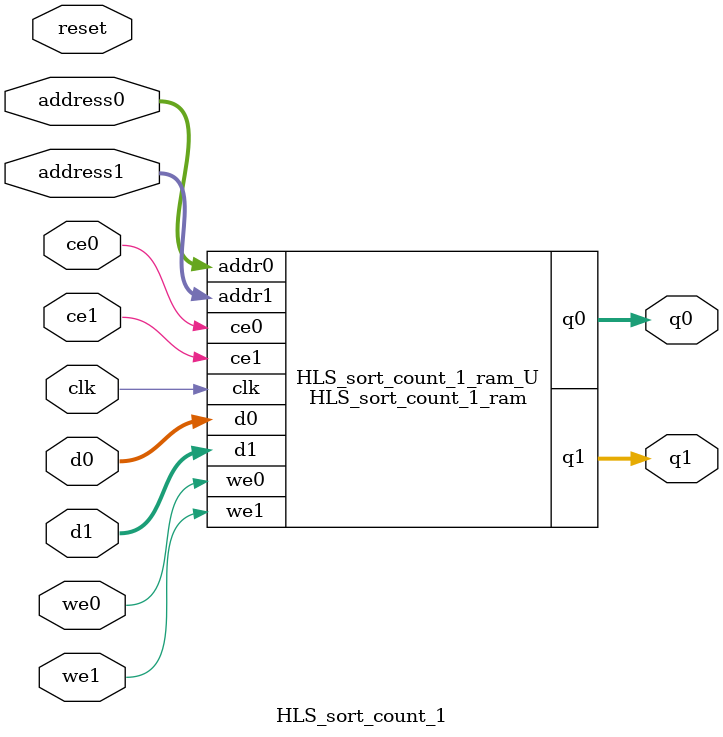
<source format=v>

`timescale 1 ns / 1 ps
module HLS_sort_count_1_ram (addr0, ce0, d0, we0, q0, addr1, ce1, d1, we1, q1,  clk);

parameter DWIDTH = 32;
parameter AWIDTH = 8;
parameter MEM_SIZE = 256;

input[AWIDTH-1:0] addr0;
input ce0;
input[DWIDTH-1:0] d0;
input we0;
output reg[DWIDTH-1:0] q0;
input[AWIDTH-1:0] addr1;
input ce1;
input[DWIDTH-1:0] d1;
input we1;
output reg[DWIDTH-1:0] q1;
input clk;

(* ram_style = "block" *)reg [DWIDTH-1:0] ram[0:MEM_SIZE-1];




always @(posedge clk)  
begin 
    if (ce0) 
    begin
        if (we0) 
        begin 
            ram[addr0] <= d0; 
            q0 <= d0;
        end 
        else 
            q0 <= ram[addr0];
    end
end


always @(posedge clk)  
begin 
    if (ce1) 
    begin
        if (we1) 
        begin 
            ram[addr1] <= d1; 
            q1 <= d1;
        end 
        else 
            q1 <= ram[addr1];
    end
end


endmodule


`timescale 1 ns / 1 ps
module HLS_sort_count_1(
    reset,
    clk,
    address0,
    ce0,
    we0,
    d0,
    q0,
    address1,
    ce1,
    we1,
    d1,
    q1);

parameter DataWidth = 32'd32;
parameter AddressRange = 32'd256;
parameter AddressWidth = 32'd8;
input reset;
input clk;
input[AddressWidth - 1:0] address0;
input ce0;
input we0;
input[DataWidth - 1:0] d0;
output[DataWidth - 1:0] q0;
input[AddressWidth - 1:0] address1;
input ce1;
input we1;
input[DataWidth - 1:0] d1;
output[DataWidth - 1:0] q1;



HLS_sort_count_1_ram HLS_sort_count_1_ram_U(
    .clk( clk ),
    .addr0( address0 ),
    .ce0( ce0 ),
    .we0( we0 ),
    .d0( d0 ),
    .q0( q0 ),
    .addr1( address1 ),
    .ce1( ce1 ),
    .we1( we1 ),
    .d1( d1 ),
    .q1( q1 ));

endmodule


</source>
